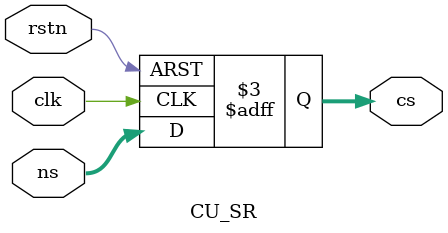
<source format=v>
`timescale 1ns / 1ps


module CU_SR(
    input [3:0] ns,
    input rstn, clk,
    output reg [3:0] cs
    );
    always @(posedge clk, negedge rstn) begin
        if(!rstn)   cs <= 4'b0;
        else        cs <= ns;
    end
endmodule

</source>
